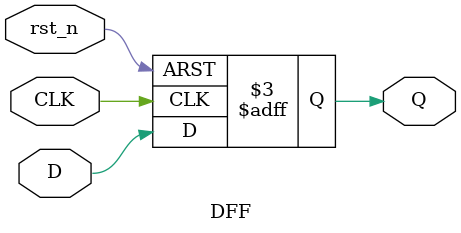
<source format=v>
module DFF (
	input  wire CLK,
	input  wire rst_n,
	input  wire D,
	output reg  Q
);

always @(posedge CLK,negedge rst_n) begin
	if (!rst_n) begin
		Q <= 1'b0;
	end
	else begin
		Q <= D;
	end
end
endmodule
</source>
